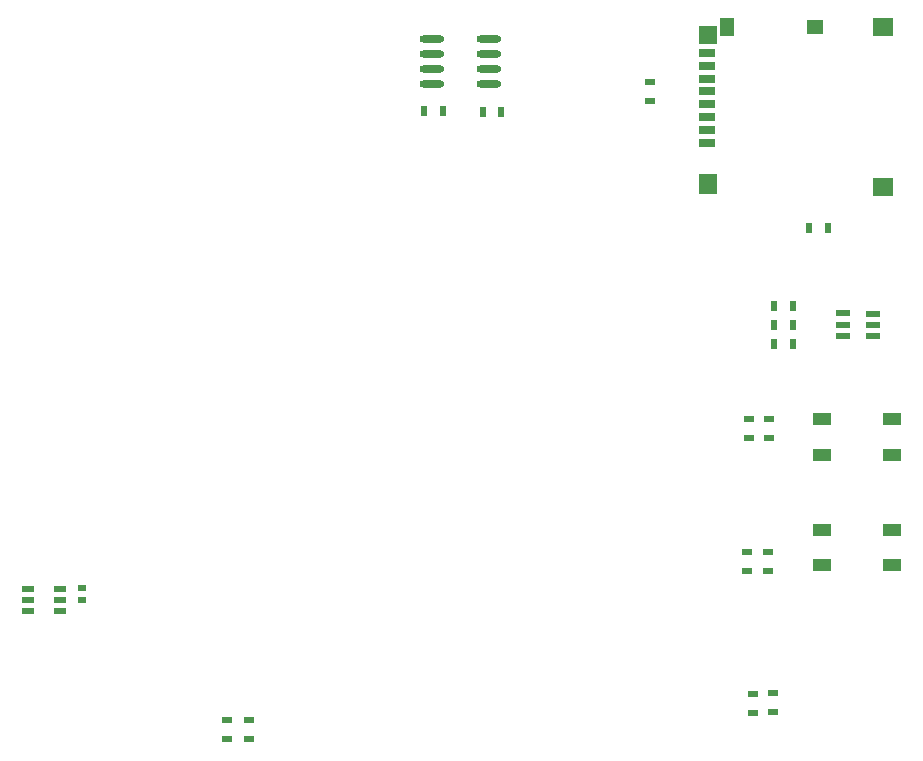
<source format=gtp>
G04*
G04 #@! TF.GenerationSoftware,Altium Limited,Altium Designer,20.1.14 (287)*
G04*
G04 Layer_Color=8421504*
%FSLAX44Y44*%
%MOMM*%
G71*
G04*
G04 #@! TF.SameCoordinates,16ADFD51-ADDE-4969-A661-75AF1340BC1C*
G04*
G04*
G04 #@! TF.FilePolarity,Positive*
G04*
G01*
G75*
%ADD16R,0.6000X0.9500*%
%ADD17R,1.3000X0.6000*%
%ADD18R,0.6400X0.5000*%
%ADD19R,0.9500X0.6000*%
%ADD20R,1.5500X1.0000*%
%ADD21O,2.1000X0.6500*%
%ADD22R,1.0000X0.5000*%
%ADD23R,1.3000X1.5000*%
%ADD24R,1.7000X1.5000*%
%ADD25R,1.4000X1.2000*%
%ADD26R,1.5000X1.7000*%
%ADD27R,1.5000X1.6000*%
%ADD28R,1.4000X0.8000*%
D16*
X772032Y493240D02*
D03*
X756032D02*
D03*
X772032Y509750D02*
D03*
X756032D02*
D03*
X772032Y525780D02*
D03*
X756032D02*
D03*
X801750Y592000D02*
D03*
X785750D02*
D03*
X525258Y690036D02*
D03*
X509258D02*
D03*
X476008Y690544D02*
D03*
X460009D02*
D03*
D17*
X814250Y519750D02*
D03*
Y509750D02*
D03*
X840250Y519250D02*
D03*
Y509750D02*
D03*
Y500250D02*
D03*
X814250D02*
D03*
D18*
X170510Y276640D02*
D03*
Y287240D02*
D03*
D19*
X755250Y197778D02*
D03*
Y181778D02*
D03*
X738500Y197250D02*
D03*
Y181250D02*
D03*
X751234Y301450D02*
D03*
Y317450D02*
D03*
X733484Y316950D02*
D03*
Y300950D02*
D03*
X734894Y414200D02*
D03*
Y430200D02*
D03*
X751490Y430017D02*
D03*
Y414017D02*
D03*
X651106Y699250D02*
D03*
Y715250D02*
D03*
X311500Y174750D02*
D03*
Y158750D02*
D03*
X293000Y175000D02*
D03*
Y159000D02*
D03*
D20*
X855658Y429560D02*
D03*
X796658D02*
D03*
Y399560D02*
D03*
X855658D02*
D03*
Y336339D02*
D03*
X796658D02*
D03*
Y306339D02*
D03*
X855658D02*
D03*
D21*
X466365Y751504D02*
D03*
Y738804D02*
D03*
Y726104D02*
D03*
Y713404D02*
D03*
X514865Y751504D02*
D03*
Y738804D02*
D03*
Y726104D02*
D03*
Y713404D02*
D03*
D22*
X124296Y267000D02*
D03*
Y276500D02*
D03*
Y286000D02*
D03*
X151296D02*
D03*
Y276500D02*
D03*
Y267000D02*
D03*
D23*
X716500Y761750D02*
D03*
D24*
X848500Y626750D02*
D03*
Y761750D02*
D03*
D25*
X790500D02*
D03*
D26*
X700000Y629250D02*
D03*
D27*
Y755250D02*
D03*
D28*
X699000Y663250D02*
D03*
Y674250D02*
D03*
Y685250D02*
D03*
Y696250D02*
D03*
Y707250D02*
D03*
Y718250D02*
D03*
Y729250D02*
D03*
Y740250D02*
D03*
M02*

</source>
